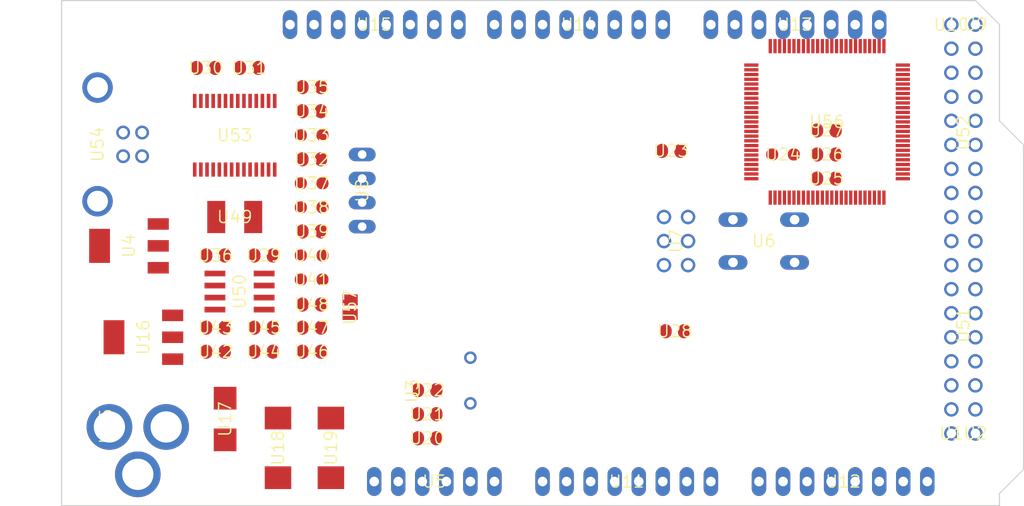
<source format=kicad_pcb>
(kicad_pcb (version 20221018) (generator pcbnew)
  (layers (0 "F.Cu" signal "Top") (31 "B.Cu" signal "Bottom") (34 "B.Paste" user) (35 "F.Paste" user) (36 "B.SilkS" user "B.Silkscreen") (37 "F.SilkS" user "F.Silkscreen") (38 "B.Mask" user) (39 "F.Mask" user) (44 "Edge.Cuts" user))
  (net 0 "")
  (net 1 "+5V")
  (net 2 "GND")
  (net 3 "N$6")
  (net 4 "N$7")
  (net 5 "AREF")
  (net 6 "RESET")
  (net 7 "VIN")
  (net 8 "N$3")
  (net 9 "PWRIN")
  (net 10 "M8RXD")
  (net 11 "M8TXD")
  (net 12 "ADC0")
  (net 13 "ADC2")
  (net 14 "ADC1")
  (net 15 "ADC3")
  (net 16 "ADC4")
  (net 17 "ADC5")
  (net 18 "ADC6")
  (net 19 "ADC7")
  (net 20 "+3V3")
  (net 21 "SDA")
  (net 22 "SCL")
  (net 23 "ADC9")
  (net 24 "ADC8")
  (net 25 "ADC10")
  (net 26 "ADC11")
  (net 27 "ADC12")
  (net 28 "ADC13")
  (net 29 "ADC14")
  (net 30 "ADC15")
  (net 31 "PB3")
  (net 32 "PB2")
  (net 33 "PB1")
  (net 34 "PB5")
  (net 35 "PB4")
  (net 36 "PE5")
  (net 37 "PE4")
  (net 38 "PE3")
  (net 39 "PE1")
  (net 40 "PE0")
  (net 41 "N$15")
  (net 42 "N$53")
  (net 43 "N$54")
  (net 44 "N$55")
  (net 45 "D-")
  (net 46 "D+")
  (net 47 "N$60")
  (net 48 "DTR")
  (net 49 "USBVCC")
  (net 50 "N$2")
  (net 51 "N$4")
  (net 52 "GATE_CMD")
  (net 53 "CMP")
  (net 54 "PB6")
  (net 55 "PH3")
  (net 56 "PH4")
  (net 57 "PH5")
  (net 58 "PH6")
  (net 59 "PG5")
  (net 60 "RXD1")
  (net 61 "TXD1")
  (net 62 "RXD2")
  (net 63 "RXD3")
  (net 64 "TXD2")
  (net 65 "TXD3")
  (net 66 "PC0")
  (net 67 "PC1")
  (net 68 "PC2")
  (net 69 "PC3")
  (net 70 "PC4")
  (net 71 "PC5")
  (net 72 "PC6")
  (net 73 "PC7")
  (net 74 "PB0")
  (net 75 "PG0")
  (net 76 "PG1")
  (net 77 "PG2")
  (net 78 "PD7")
  (net 79 "PA0")
  (net 80 "PA1")
  (net 81 "PA2")
  (net 82 "PA3")
  (net 83 "PA4")
  (net 84 "PA5")
  (net 85 "PA6")
  (net 86 "PA7")
  (net 87 "PL0")
  (net 88 "PL1")
  (net 89 "PL2")
  (net 90 "PL3")
  (net 91 "PL4")
  (net 92 "PL5")
  (net 93 "PL6")
  (net 94 "PL7")
  (net 95 "PB7")
  (net 96 "CTS")
  (net 97 "DSR")
  (net 98 "DCD")
  (net 99 "RI")
  (footprint "Arduino_MEGA_Reference_Design:2X03" (layer "F.Cu") (at 162.5981 103.7336 -90)
    (fp_text reference "U7")
    (fp_text value "")
  )
  (footprint "Arduino_MEGA_Reference_Design:1X08" (layer "F.Cu") (at 152.3111 80.8736 180)
    (fp_text reference "U14")
    (fp_text value "")
  )
  (footprint "Arduino_MEGA_Reference_Design:1X08" (layer "F.Cu") (at 130.7211 80.8736 180)
    (fp_text reference "U15")
    (fp_text value "")
  )
  (footprint "Arduino_MEGA_Reference_Design:SMC_D" (layer "F.Cu") (at 120.5611 125.5776 -90)
    (fp_text reference "U18")
    (fp_text value "")
  )
  (footprint "Arduino_MEGA_Reference_Design:SMC_D" (layer "F.Cu") (at 126.1491 125.5776 -90)
    (fp_text reference "U19")
    (fp_text value "")
  )
  (footprint "Arduino_MEGA_Reference_Design:B3F-10XX" (layer "F.Cu") (at 171.8691 103.7336 180)
    (fp_text reference "U6")
    (fp_text value "")
  )
  (footprint "Arduino_MEGA_Reference_Design:0805RND" (layer "F.Cu") (at 173.9011 94.5896 180)
    (fp_text reference "U24")
    (fp_text value "")
  )
  (footprint "Arduino_MEGA_Reference_Design:SMB" (layer "F.Cu") (at 114.9731 122.5296 -90)
    (fp_text reference "U17")
    (fp_text value "")
  )
  (footprint "Arduino_MEGA_Reference_Design:DC-21MM" (layer "F.Cu") (at 103.0351 123.2916 90)
    (fp_text reference "U55")
    (fp_text value "")
  )
  (footprint "Arduino_MEGA_Reference_Design:HC49_S" (layer "F.Cu") (at 140.8811 118.4656 90)
    (fp_text reference "U3")
    (fp_text value "")
  )
  (footprint "Arduino_MEGA_Reference_Design:SOT223" (layer "F.Cu") (at 106.3371 113.8936 90)
    (fp_text reference "U16")
    (fp_text value "")
  )
  (footprint "Arduino_MEGA_Reference_Design:1X06" (layer "F.Cu") (at 137.0711 129.1336)
    (fp_text reference "U5")
    (fp_text value "")
  )
  (footprint "Arduino_MEGA_Reference_Design:C0805RND" (layer "F.Cu") (at 124.1171 87.4776)
    (fp_text reference "U35")
    (fp_text value "")
  )
  (footprint "Arduino_MEGA_Reference_Design:C0805RND" (layer "F.Cu") (at 162.4711 113.2586)
    (fp_text reference "U28")
    (fp_text value "")
  )
  (footprint "Arduino_MEGA_Reference_Design:C0805RND" (layer "F.Cu") (at 136.3091 122.0216)
    (fp_text reference "U21")
    (fp_text value "")
  )
  (footprint "Arduino_MEGA_Reference_Design:C0805RND" (layer "F.Cu") (at 136.3091 119.4816)
    (fp_text reference "U22")
    (fp_text value "")
  )
  (footprint "Arduino_MEGA_Reference_Design:C0805RND" (layer "F.Cu") (at 113.9571 112.8776)
    (fp_text reference "U43")
    (fp_text value "")
  )
  (footprint "Arduino_MEGA_Reference_Design:RCL_0805RND" (layer "F.Cu") (at 124.1171 105.2576)
    (fp_text reference "U40")
    (fp_text value "")
  )
  (footprint "Arduino_MEGA_Reference_Design:RCL_0805RND" (layer "F.Cu") (at 124.1171 107.7976)
    (fp_text reference "U41")
    (fp_text value "")
  )
  (footprint "Arduino_MEGA_Reference_Design:1X08" (layer "F.Cu") (at 157.3911 129.1336)
    (fp_text reference "U11")
    (fp_text value "")
  )
  (footprint "Arduino_MEGA_Reference_Design:1X08" (layer "F.Cu") (at 175.1711 80.8736 180)
    (fp_text reference "U13")
    (fp_text value "")
  )
  (footprint "Arduino_MEGA_Reference_Design:R0805RND" (layer "F.Cu") (at 178.4731 94.5896 180)
    (fp_text reference "U26")
    (fp_text value "")
  )
  (footprint "Arduino_MEGA_Reference_Design:R0805RND" (layer "F.Cu") (at 178.4731 92.0496 180)
    (fp_text reference "U27")
    (fp_text value "")
  )
  (footprint "Arduino_MEGA_Reference_Design:TQFP100" (layer "F.Cu") (at 178.55421447753906 91.14759826660156 0)
    (fp_text reference "U56")
    (fp_text value "")
  )
  (footprint "Arduino_MEGA_Reference_Design:C0805RND" (layer "F.Cu") (at 162.0901 94.2086 180)
    (fp_text reference "U23")
    (fp_text value "")
  )
  (footprint "Arduino_MEGA_Reference_Design:C0805RND" (layer "F.Cu") (at 136.3091 124.5616)
    (fp_text reference "U20")
    (fp_text value "")
  )
  (footprint "Arduino_MEGA_Reference_Design:1X08" (layer "F.Cu") (at 180.2511 129.1336)
    (fp_text reference "U12")
    (fp_text value "")
  )
  (footprint "Arduino_MEGA_Reference_Design:R0805RND" (layer "F.Cu") (at 124.1171 112.8776)
    (fp_text reference "U47")
    (fp_text value "")
  )
  (footprint "Arduino_MEGA_Reference_Design:C0805RND" (layer "F.Cu") (at 124.1171 115.4176)
    (fp_text reference "U46")
    (fp_text value "")
  )
  (footprint "Arduino_MEGA_Reference_Design:C0805RND" (layer "F.Cu") (at 113.9571 105.2576)
    (fp_text reference "U36")
    (fp_text value "")
  )
  (footprint "Arduino_MEGA_Reference_Design:C0805RND" (layer "F.Cu") (at 112.9411 85.4456)
    (fp_text reference "U30")
    (fp_text value "")
  )
  (footprint "Arduino_MEGA_Reference_Design:0805RND" (layer "F.Cu") (at 124.1171 100.1776 180)
    (fp_text reference "U38")
    (fp_text value "")
  )
  (footprint "Arduino_MEGA_Reference_Design:0805RND" (layer "F.Cu") (at 124.1171 97.6376 180)
    (fp_text reference "U37")
    (fp_text value "")
  )
  (footprint "Arduino_MEGA_Reference_Design:R0805RND" (layer "F.Cu") (at 124.1171 95.0976)
    (fp_text reference "U32")
    (fp_text value "")
  )
  (footprint "Arduino_MEGA_Reference_Design:R0805RND" (layer "F.Cu") (at 124.1171 102.7176)
    (fp_text reference "U39")
    (fp_text value "")
  )
  (footprint "Arduino_MEGA_Reference_Design:SSOP28" (layer "F.Cu") (at 115.9891 92.5576)
    (fp_text reference "U53")
    (fp_text value "")
  )
  (footprint "Arduino_MEGA_Reference_Design:PN61729" (layer "F.Cu") (at 98.9584 93.5228 -90)
    (fp_text reference "U54")
    (fp_text value "")
  )
  (footprint "Arduino_MEGA_Reference_Design:L1812" (layer "F.Cu") (at 115.9891 101.1936)
    (fp_text reference "U49")
    (fp_text value "")
  )
  (footprint "Arduino_MEGA_Reference_Design:C0805RND" (layer "F.Cu") (at 117.5131 85.4456)
    (fp_text reference "U31")
    (fp_text value "")
  )
  (footprint "Arduino_MEGA_Reference_Design:0805RND" (layer "F.Cu") (at 124.1171 92.5576 180)
    (fp_text reference "U33")
    (fp_text value "")
  )
  (footprint "Arduino_MEGA_Reference_Design:R0805RND" (layer "F.Cu") (at 124.1171 90.0176 180)
    (fp_text reference "U34")
    (fp_text value "")
  )
  (footprint "Arduino_MEGA_Reference_Design:C0805RND" (layer "F.Cu") (at 124.1171 110.4392 180)
    (fp_text reference "U48")
    (fp_text value "")
  )
  (footprint "Arduino_MEGA_Reference_Design:SOT223" (layer "F.Cu") (at 104.8131 104.2416 90)
    (fp_text reference "U4")
    (fp_text value "")
  )
  (footprint "Arduino_MEGA_Reference_Design:SO08" (layer "F.Cu") (at 116.4971 109.0676 -90)
    (fp_text reference "U50")
    (fp_text value "")
  )
  (footprint "Arduino_MEGA_Reference_Design:R0805RND" (layer "F.Cu") (at 113.9571 115.4176 180)
    (fp_text reference "U42")
    (fp_text value "")
  )
  (footprint "Arduino_MEGA_Reference_Design:R0805RND" (layer "F.Cu") (at 119.0371 112.8776 180)
    (fp_text reference "U45")
    (fp_text value "")
  )
  (footprint "Arduino_MEGA_Reference_Design:C0805RND" (layer "F.Cu") (at 119.0371 115.4176 180)
    (fp_text reference "U44")
    (fp_text value "")
  )
  (footprint "Arduino_MEGA_Reference_Design:C0805RND" (layer "F.Cu") (at 119.0371 105.2576)
    (fp_text reference "U29")
    (fp_text value "")
  )
  (footprint "Arduino_MEGA_Reference_Design:2X08" (layer "F.Cu") (at 192.9511 92.3036 90)
    (fp_text reference "U52")
    (fp_text value "")
  )
  (footprint "Arduino_MEGA_Reference_Design:2X08" (layer "F.Cu") (at 192.9511 112.6236 90)
    (fp_text reference "U51")
    (fp_text value "")
  )
  (footprint "Arduino_MEGA_Reference_Design:R0805RND" (layer "F.Cu") (at 178.4731 97.1296 180)
    (fp_text reference "U25")
    (fp_text value "")
  )
  (footprint "Arduino_MEGA_Reference_Design:1X01" (layer "F.Cu") (at 191.6811 80.8736)
    (fp_text reference "U10")
    (fp_text value "")
  )
  (footprint "Arduino_MEGA_Reference_Design:1X01" (layer "F.Cu") (at 194.2211 80.8736)
    (fp_text reference "U9")
    (fp_text value "")
  )
  (footprint "Arduino_MEGA_Reference_Design:1X01" (layer "F.Cu") (at 191.6811 124.0536)
    (fp_text reference "U1")
    (fp_text value "")
  )
  (footprint "Arduino_MEGA_Reference_Design:1X01" (layer "F.Cu") (at 194.2211 124.0536)
    (fp_text reference "U2")
    (fp_text value "")
  )
  (footprint "Arduino_MEGA_Reference_Design:SJ" (layer "F.Cu") (at 128.1811 110.7186 -90)
    (fp_text reference "U57")
    (fp_text value "")
  )
  (footprint "Arduino_MEGA_Reference_Design:JP4" (layer "F.Cu") (at 129.4511 98.3996 -90)
    (fp_text reference "U8")
    (fp_text value "")
  )
  (gr_line (start 196.7611 80.8736) (end 196.7611 91.0336) (layer "Edge.Cuts") (width 0.12))
  (gr_line (start 196.7611 130.4036) (end 196.7611 131.6736) (layer "Edge.Cuts") (width 0.12))
  (gr_line (start 194.2211 78.3336) (end 196.7611 80.8736) (layer "Edge.Cuts") (width 0.12))
  (gr_line (start 97.7011 78.3336) (end 194.2211 78.3336) (layer "Edge.Cuts") (width 0.12))
  (gr_line (start 196.7611 91.0336) (end 199.3011 93.5736) (layer "Edge.Cuts") (width 0.12))
  (gr_line (start 97.7011 131.6736) (end 97.7011 78.3336) (layer "Edge.Cuts") (width 0.12))
  (gr_line (start 196.7611 131.6736) (end 97.7011 131.6736) (layer "Edge.Cuts") (width 0.12))
  (gr_line (start 199.3011 93.5736) (end 199.3011 127.8636) (layer "Edge.Cuts") (width 0.12))
  (gr_line (start 199.3011 127.8636) (end 196.7611 130.4036) (layer "Edge.Cuts") (width 0.12))
)
</source>
